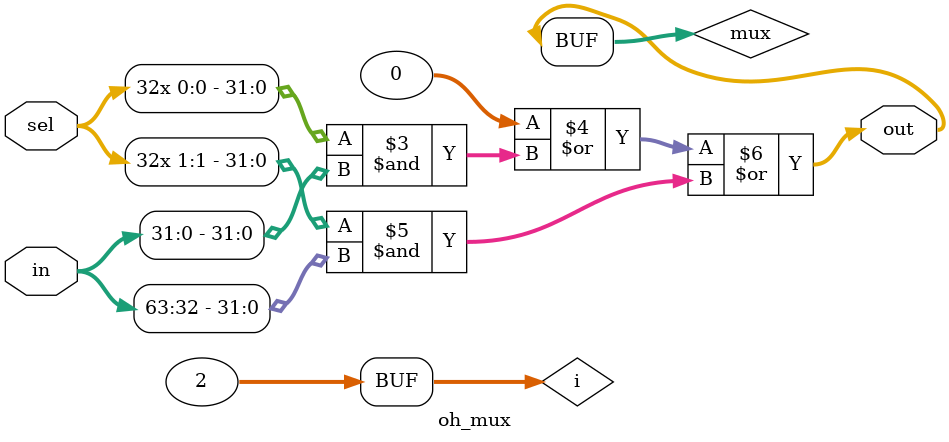
<source format=v>

module oh_mux
  #(parameter N = 32, // vector width
    parameter M = 2   // number of vectors
    )
   (
    input [M-1:0]   sel, // select vector
    input [M*N-1:0] in,  // concatenated input {..,in1[N-1:0],in0[N-1:0]
    output [N-1:0]  out  // output
    );

   reg [N-1:0]     mux;
   integer         i;
   always @*
     begin
	mux[N-1:0] = 'b0;
	for(i=0;i<M;i=i+1)
	  mux[N-1:0] = mux[N-1:0] | {(N){sel[i]}} & in[((i+1)*N-1)-:N];
     end
   assign out[N-1:0] = mux[N-1:0];

endmodule

</source>
